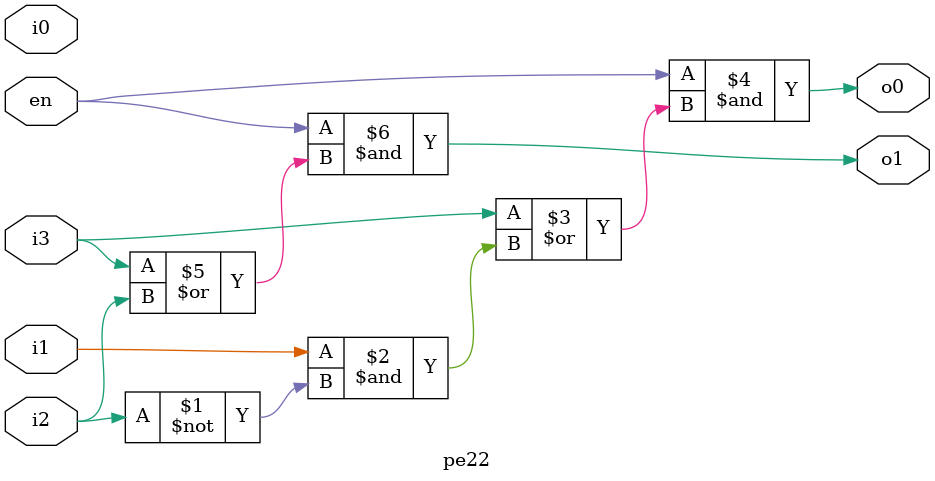
<source format=v>
module pe22(i3,i2,i1,i0,en,o0,o1);

    input i3,i2,i1,i0,en;
    output o0,o1;

    assign o0 = en & ((i3) | (i1&~i2));
    assign o1 = en & (i3 | i2);

endmodule
</source>
